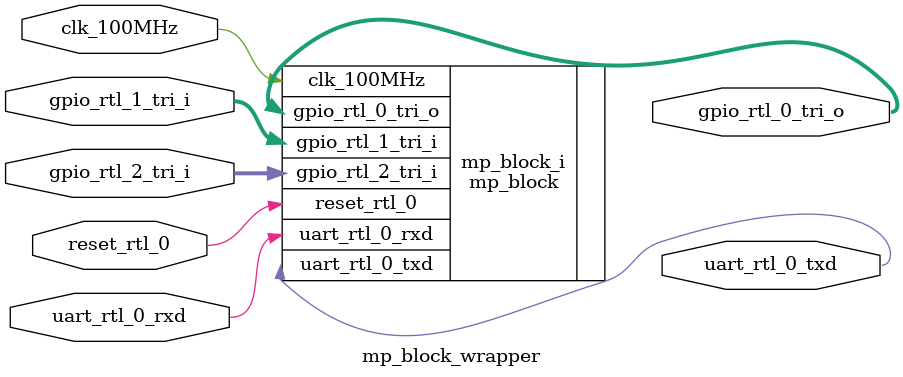
<source format=v>
`timescale 1 ps / 1 ps

module mp_block_wrapper
   (clk_100MHz,
    gpio_rtl_0_tri_o,
    gpio_rtl_1_tri_i,
    gpio_rtl_2_tri_i,
    reset_rtl_0,
    uart_rtl_0_rxd,
    uart_rtl_0_txd);
  input clk_100MHz;
  output [15:0]gpio_rtl_0_tri_o;
  input [15:0]gpio_rtl_1_tri_i;
  input [2:0]gpio_rtl_2_tri_i;
  input reset_rtl_0;
  input uart_rtl_0_rxd;
  output uart_rtl_0_txd;

  wire clk_100MHz;
  wire [15:0]gpio_rtl_0_tri_o;
  wire [15:0]gpio_rtl_1_tri_i;
  wire [2:0]gpio_rtl_2_tri_i;
  wire reset_rtl_0;
  wire uart_rtl_0_rxd;
  wire uart_rtl_0_txd;

  mp_block mp_block_i
       (.clk_100MHz(clk_100MHz),
        .gpio_rtl_0_tri_o(gpio_rtl_0_tri_o),
        .gpio_rtl_1_tri_i(gpio_rtl_1_tri_i),
        .gpio_rtl_2_tri_i(gpio_rtl_2_tri_i),
        .reset_rtl_0(reset_rtl_0),
        .uart_rtl_0_rxd(uart_rtl_0_rxd),
        .uart_rtl_0_txd(uart_rtl_0_txd));
endmodule

</source>
